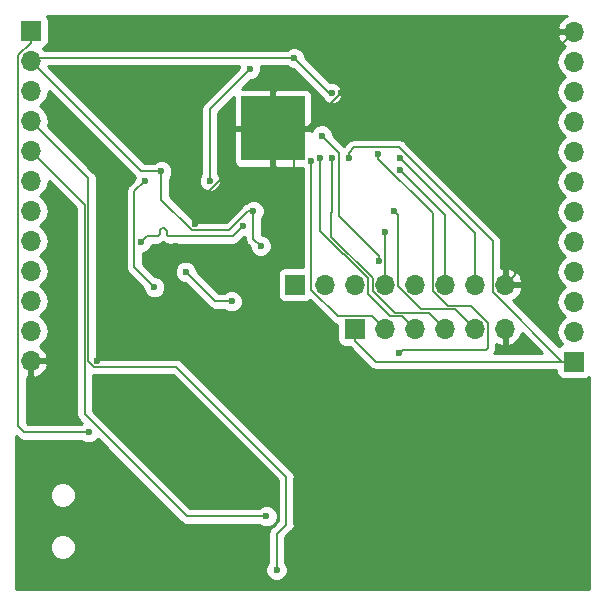
<source format=gbr>
G04 #@! TF.GenerationSoftware,KiCad,Pcbnew,(5.0.1-3-g963ef8bb5)*
G04 #@! TF.CreationDate,2018-11-25T15:30:40-05:00*
G04 #@! TF.ProjectId,fe310-dev,66653331302D6465762E6B696361645F,rev?*
G04 #@! TF.SameCoordinates,Original*
G04 #@! TF.FileFunction,Copper,L2,Bot,Signal*
G04 #@! TF.FilePolarity,Positive*
%FSLAX46Y46*%
G04 Gerber Fmt 4.6, Leading zero omitted, Abs format (unit mm)*
G04 Created by KiCad (PCBNEW (5.0.1-3-g963ef8bb5)) date Sunday, November 25, 2018 at 03:30:40 PM*
%MOMM*%
%LPD*%
G01*
G04 APERTURE LIST*
G04 #@! TA.AperFunction,ComponentPad*
%ADD10O,1.700000X1.700000*%
G04 #@! TD*
G04 #@! TA.AperFunction,ComponentPad*
%ADD11R,1.700000X1.700000*%
G04 #@! TD*
G04 #@! TA.AperFunction,ViaPad*
%ADD12C,0.600000*%
G04 #@! TD*
G04 #@! TA.AperFunction,Conductor*
%ADD13R,5.400000X5.400000*%
G04 #@! TD*
G04 #@! TA.AperFunction,Conductor*
%ADD14C,0.150000*%
G04 #@! TD*
G04 #@! TA.AperFunction,Conductor*
%ADD15C,0.254000*%
G04 #@! TD*
G04 APERTURE END LIST*
D10*
G04 #@! TO.P,J2,6*
G04 #@! TO.N,GND*
X62150000Y-42250000D03*
G04 #@! TO.P,J2,5*
G04 #@! TO.N,JTAG_TDI*
X59610000Y-42250000D03*
G04 #@! TO.P,J2,4*
G04 #@! TO.N,JTAG_TMS*
X57070000Y-42250000D03*
G04 #@! TO.P,J2,3*
G04 #@! TO.N,JTAG_TDO*
X54530000Y-42250000D03*
G04 #@! TO.P,J2,2*
G04 #@! TO.N,JTAG_TCK*
X51990000Y-42250000D03*
D11*
G04 #@! TO.P,J2,1*
G04 #@! TO.N,+3V3*
X49450000Y-42250000D03*
G04 #@! TD*
G04 #@! TO.P,J3,1*
G04 #@! TO.N,+3V3*
X68000000Y-45000000D03*
D10*
G04 #@! TO.P,J3,2*
G04 #@! TO.N,GPIO_0/PWM0_0*
X68000000Y-42460000D03*
G04 #@! TO.P,J3,3*
G04 #@! TO.N,GPIO_1/PWM0_1*
X68000000Y-39920000D03*
G04 #@! TO.P,J3,4*
G04 #@! TO.N,GPIO_2/SPI1_SS0/PWM0_2*
X68000000Y-37380000D03*
G04 #@! TO.P,J3,5*
G04 #@! TO.N,GPIO_3/SPI1_MOSI/PWM0_3*
X68000000Y-34840000D03*
G04 #@! TO.P,J3,6*
G04 #@! TO.N,GPIO_4/SPI1_MISO*
X68000000Y-32300000D03*
G04 #@! TO.P,J3,7*
G04 #@! TO.N,GPIO_5/SPI1_SCK*
X68000000Y-29760000D03*
G04 #@! TO.P,J3,8*
G04 #@! TO.N,GPIO_9/SPI1_SS2*
X68000000Y-27220000D03*
G04 #@! TO.P,J3,9*
G04 #@! TO.N,GPIO_10/SPI1_SS3/PWM2_0*
X68000000Y-24680000D03*
G04 #@! TO.P,J3,10*
G04 #@! TO.N,GPIO_11/PWM2_1*
X68000000Y-22140000D03*
G04 #@! TO.P,J3,11*
G04 #@! TO.N,GPIO_12/PWM2_2*
X68000000Y-19600000D03*
G04 #@! TO.P,J3,12*
G04 #@! TO.N,GND*
X68000000Y-17060000D03*
G04 #@! TD*
G04 #@! TO.P,J4,12*
G04 #@! TO.N,GND*
X22000000Y-44940000D03*
G04 #@! TO.P,J4,11*
G04 #@! TO.N,GPIO_23*
X22000000Y-42400000D03*
G04 #@! TO.P,J4,10*
G04 #@! TO.N,GPIO_22/PWM1_3*
X22000000Y-39860000D03*
G04 #@! TO.P,J4,9*
G04 #@! TO.N,GPIO_21/PWM1_2*
X22000000Y-37320000D03*
G04 #@! TO.P,J4,8*
G04 #@! TO.N,GPIO_20/PWM1_0*
X22000000Y-34780000D03*
G04 #@! TO.P,J4,7*
G04 #@! TO.N,GPIO_19/PWM1_1*
X22000000Y-32240000D03*
G04 #@! TO.P,J4,6*
G04 #@! TO.N,GPIO_18*
X22000000Y-29700000D03*
G04 #@! TO.P,J4,5*
G04 #@! TO.N,UART_TX*
X22000000Y-27160000D03*
G04 #@! TO.P,J4,4*
G04 #@! TO.N,UART_RX*
X22000000Y-24620000D03*
G04 #@! TO.P,J4,3*
G04 #@! TO.N,GPIO_13/PWM2_3*
X22000000Y-22080000D03*
G04 #@! TO.P,J4,2*
G04 #@! TO.N,+1V8*
X22000000Y-19540000D03*
D11*
G04 #@! TO.P,J4,1*
G04 #@! TO.N,+5V*
X22000000Y-17000000D03*
G04 #@! TD*
D10*
G04 #@! TO.P,J5,8*
G04 #@! TO.N,GND*
X62180000Y-38500000D03*
G04 #@! TO.P,J5,7*
G04 #@! TO.N,AON_PSD_LFCLKSEL*
X59640000Y-38500000D03*
G04 #@! TO.P,J5,6*
G04 #@! TO.N,AON_PSD_LFALTCLK*
X57100000Y-38500000D03*
G04 #@! TO.P,J5,5*
G04 #@! TO.N,AON_ERST_N*
X54560000Y-38500000D03*
G04 #@! TO.P,J5,4*
G04 #@! TO.N,AON_PMU_DWAKEUP_N*
X52020000Y-38500000D03*
G04 #@! TO.P,J5,3*
G04 #@! TO.N,AON_PMU_OUT_1*
X49480000Y-38500000D03*
G04 #@! TO.P,J5,2*
G04 #@! TO.N,AON_PMU_OUT_0*
X46940000Y-38500000D03*
D11*
G04 #@! TO.P,J5,1*
G04 #@! TO.N,+1V8*
X44400000Y-38500000D03*
G04 #@! TD*
D12*
G04 #@! TO.N,GND*
G04 #@! TO.C,U4*
X43233333Y-23783333D03*
X41766667Y-23783333D03*
X43966667Y-24516667D03*
X43233333Y-24516667D03*
X42500000Y-24516667D03*
X41766667Y-24516667D03*
X41033333Y-24516667D03*
X43233333Y-25250000D03*
X41766667Y-25250000D03*
X43966667Y-25983333D03*
X43233333Y-25983333D03*
X42500000Y-25983333D03*
X41766667Y-25983333D03*
X41033333Y-25983333D03*
X43233333Y-26716667D03*
X41766667Y-26716667D03*
D13*
X42500000Y-25250000D03*
G04 #@! TD*
D12*
G04 #@! TO.N,GND*
X35900000Y-33375000D03*
X34300000Y-35200000D03*
X42250000Y-16925030D03*
X44450000Y-18250000D03*
X48300000Y-22275000D03*
X27615000Y-44940000D03*
X33100000Y-27250000D03*
X44250000Y-29400000D03*
G04 #@! TO.N,+5V*
X26900000Y-51000000D03*
G04 #@! TO.N,+3V3*
X40550000Y-20250000D03*
X37150000Y-29700000D03*
X32450000Y-38700000D03*
X31649998Y-29700000D03*
X48900000Y-27749999D03*
G04 #@! TO.N,+1V8*
X47500000Y-22275000D03*
X44300000Y-19300000D03*
X40850000Y-32250000D03*
X41450000Y-35200000D03*
X33050000Y-28900000D03*
X51400000Y-27400000D03*
X53200000Y-44300000D03*
G04 #@! TO.N,JTAG_TDI*
X52750000Y-32250000D03*
G04 #@! TO.N,JTAG_TMS*
X47500000Y-27750000D03*
G04 #@! TO.N,JTAG_TDO*
X46500000Y-27750000D03*
G04 #@! TO.N,JTAG_TCK*
X45750000Y-28000000D03*
G04 #@! TO.N,UART_TX*
X41950000Y-58100000D03*
G04 #@! TO.N,UART_RX*
X42800000Y-62650000D03*
G04 #@! TO.N,AON_PSD_LFCLKSEL*
X53250000Y-27750000D03*
G04 #@! TO.N,AON_PSD_LFALTCLK*
X53250000Y-28750000D03*
G04 #@! TO.N,AON_PMU_DWAKEUP_N*
X52020000Y-34000000D03*
G04 #@! TO.N,AON_PMU_OUT_1*
X46625895Y-25861459D03*
X51495000Y-36500000D03*
G04 #@! TO.N,QSPI_IO0*
X31300000Y-34900000D03*
X40000000Y-33500000D03*
G04 #@! TO.N,QSPI_IO1*
X39000000Y-39900000D03*
X35100000Y-37400000D03*
G04 #@! TD*
D14*
G04 #@! TO.N,GND*
X43233333Y-25983333D02*
X42500000Y-25250000D01*
X43233333Y-26041667D02*
X43233333Y-25983333D01*
X43125030Y-16925030D02*
X44450000Y-18250000D01*
X42250000Y-16925030D02*
X43125030Y-16925030D01*
X48300000Y-22300000D02*
X48300000Y-22275000D01*
X45350000Y-25250000D02*
X48300000Y-22300000D01*
X42500000Y-25250000D02*
X45350000Y-25250000D01*
X42674264Y-16925030D02*
X42250000Y-16925030D01*
X44202032Y-16925030D02*
X42674264Y-16925030D01*
X48300000Y-21022998D02*
X44202032Y-16925030D01*
X48300000Y-22275000D02*
X48300000Y-21022998D01*
X67865030Y-16925030D02*
X68000000Y-17060000D01*
X42250000Y-16925030D02*
X67865030Y-16925030D01*
X67150001Y-17909999D02*
X68000000Y-17060000D01*
X63029999Y-22030001D02*
X67150001Y-17909999D01*
X63029999Y-37650001D02*
X63029999Y-22030001D01*
X62180000Y-38500000D02*
X63029999Y-37650001D01*
X34300000Y-35200000D02*
X35400000Y-36300000D01*
X35400000Y-36300000D02*
X41950000Y-36300000D01*
X42500000Y-35750000D02*
X42500000Y-34600000D01*
X41950000Y-36300000D02*
X42500000Y-35750000D01*
X42500000Y-25250000D02*
X42500000Y-34600000D01*
X34300000Y-38255000D02*
X34300000Y-35200000D01*
X27615000Y-44940000D02*
X34300000Y-38255000D01*
X35900000Y-30050000D02*
X33100000Y-27250000D01*
X35900000Y-33375000D02*
X35900000Y-30950000D01*
X35900000Y-30950000D02*
X36700000Y-30950000D01*
X35900000Y-30950000D02*
X35900000Y-30050000D01*
X36700000Y-30950000D02*
X38350000Y-29300000D01*
X38350000Y-26550000D02*
X39650000Y-25250000D01*
X39650000Y-25250000D02*
X42500000Y-25250000D01*
X38350000Y-29300000D02*
X38350000Y-26550000D01*
X42500000Y-25983334D02*
X42500000Y-25250000D01*
X44250000Y-27733334D02*
X42500000Y-25983334D01*
X44250000Y-29400000D02*
X44250000Y-27733334D01*
G04 #@! TO.N,+5V*
X20924999Y-19075001D02*
X20924999Y-50474999D01*
X22000000Y-18000000D02*
X20924999Y-19075001D01*
X22000000Y-17000000D02*
X22000000Y-18000000D01*
X21450000Y-51000000D02*
X26900000Y-51000000D01*
X20924999Y-50474999D02*
X21450000Y-51000000D01*
G04 #@! TO.N,+3V3*
X49450000Y-43250000D02*
X49450000Y-42250000D01*
X51200000Y-45000000D02*
X49450000Y-43250000D01*
X68000000Y-45000000D02*
X51200000Y-45000000D01*
X37150000Y-23650000D02*
X37150000Y-29700000D01*
X40550000Y-20250000D02*
X37150000Y-23650000D01*
X30774999Y-37024999D02*
X30774999Y-30574999D01*
X30774999Y-30574999D02*
X31649998Y-29700000D01*
X32450000Y-38700000D02*
X30774999Y-37024999D01*
X67000000Y-45000000D02*
X68000000Y-45000000D01*
X61104999Y-39104999D02*
X67000000Y-45000000D01*
X61104999Y-34827997D02*
X61104999Y-39104999D01*
X53152001Y-26874999D02*
X61104999Y-34827997D01*
X49350736Y-26874999D02*
X53152001Y-26874999D01*
X48900000Y-27325735D02*
X49350736Y-26874999D01*
X48900000Y-27749999D02*
X48900000Y-27325735D01*
G04 #@! TO.N,+1V8*
X47275000Y-22275000D02*
X47500000Y-22275000D01*
X44300000Y-19300000D02*
X47275000Y-22275000D01*
X22240000Y-19300000D02*
X22000000Y-19540000D01*
X44300000Y-19300000D02*
X22240000Y-19300000D01*
X40850000Y-34600000D02*
X41450000Y-35200000D01*
X40850000Y-32250000D02*
X40850000Y-34600000D01*
X40425736Y-32250000D02*
X40850000Y-32250000D01*
X38775735Y-33900001D02*
X40425736Y-32250000D01*
X35647999Y-33900001D02*
X38775735Y-33900001D01*
X33050000Y-31302002D02*
X35647999Y-33900001D01*
X33050000Y-28900000D02*
X33050000Y-31302002D01*
X31360000Y-28900000D02*
X22000000Y-19540000D01*
X33050000Y-28900000D02*
X31360000Y-28900000D01*
X60685001Y-43814999D02*
X60500000Y-44000000D01*
X60685001Y-41733999D02*
X60685001Y-43814999D01*
X59225971Y-40274969D02*
X60685001Y-41733999D01*
X56024999Y-39016001D02*
X57283967Y-40274969D01*
X57283967Y-40274969D02*
X59225971Y-40274969D01*
X51400000Y-27824264D02*
X56024999Y-32449263D01*
X56024999Y-32449263D02*
X56024999Y-39016001D01*
X51400000Y-27400000D02*
X51400000Y-27824264D01*
X53500000Y-44000000D02*
X53200000Y-44300000D01*
X60500000Y-44000000D02*
X53500000Y-44000000D01*
G04 #@! TO.N,JTAG_TDI*
X58760001Y-41400001D02*
X59610000Y-42250000D01*
X57934979Y-40574979D02*
X58760001Y-41400001D01*
X55043977Y-40574979D02*
X57934979Y-40574979D01*
X53095001Y-38626003D02*
X55043977Y-40574979D01*
X53095001Y-32595001D02*
X53095001Y-38626003D01*
X52750000Y-32250000D02*
X53095001Y-32595001D01*
G04 #@! TO.N,JTAG_TMS*
X47450000Y-32350000D02*
X47500000Y-32300000D01*
X47450000Y-34420721D02*
X47450000Y-32350000D01*
X47500000Y-28200000D02*
X47500000Y-27750000D01*
X50944999Y-39016001D02*
X50944999Y-37915720D01*
X52803987Y-40874989D02*
X50944999Y-39016001D01*
X47500000Y-32300000D02*
X47500000Y-28200000D01*
X57070000Y-42250000D02*
X55694989Y-40874989D01*
X50944999Y-37915720D02*
X47450000Y-34420721D01*
X55694989Y-40874989D02*
X52803987Y-40874989D01*
G04 #@! TO.N,JTAG_TDO*
X53454999Y-41174999D02*
X52424999Y-41174999D01*
X54530000Y-42250000D02*
X53454999Y-41174999D01*
X52424999Y-41174999D02*
X50555001Y-39305001D01*
X48505001Y-35900000D02*
X50555001Y-37950000D01*
X50555001Y-39305001D02*
X50555001Y-37950000D01*
X48450000Y-35900000D02*
X46500000Y-33950000D01*
X48505001Y-35900000D02*
X48450000Y-35900000D01*
X46500000Y-27750000D02*
X46500000Y-33950000D01*
G04 #@! TO.N,JTAG_TCK*
X51140001Y-41400001D02*
X51990000Y-42250000D01*
X50914999Y-41174999D02*
X51140001Y-41400001D01*
X45750000Y-38901002D02*
X48023997Y-41174999D01*
X48023997Y-41174999D02*
X50914999Y-41174999D01*
X45750000Y-28000000D02*
X45750000Y-38901002D01*
G04 #@! TO.N,UART_TX*
X26549990Y-31709990D02*
X26549990Y-49449990D01*
X22000000Y-27160000D02*
X26549990Y-31709990D01*
X35200000Y-58100000D02*
X41950000Y-58100000D01*
X26549990Y-49449990D02*
X35200000Y-58100000D01*
G04 #@! TO.N,UART_RX*
X42800000Y-62650000D02*
X42800000Y-59600000D01*
X42800000Y-59600000D02*
X43600000Y-58800000D01*
X43600000Y-58800000D02*
X43600000Y-54750000D01*
X34315001Y-45465001D02*
X27362999Y-45465001D01*
X27362999Y-45465001D02*
X26850000Y-44952002D01*
X43600000Y-54750000D02*
X34315001Y-45465001D01*
X26850000Y-44952002D02*
X26850000Y-29470000D01*
X26850000Y-29470000D02*
X22000000Y-24620000D01*
G04 #@! TO.N,AON_PSD_LFCLKSEL*
X59640000Y-34140000D02*
X59640000Y-38500000D01*
X53250000Y-27750000D02*
X59640000Y-34140000D01*
G04 #@! TO.N,AON_PSD_LFALTCLK*
X57100000Y-32600000D02*
X57100000Y-38500000D01*
X53250000Y-28750000D02*
X57100000Y-32600000D01*
G04 #@! TO.N,AON_PMU_DWAKEUP_N*
X52020000Y-34424264D02*
X52020000Y-38500000D01*
X52020000Y-34000000D02*
X52020000Y-34424264D01*
G04 #@! TO.N,AON_PMU_OUT_1*
X51495000Y-36075736D02*
X48114436Y-32695172D01*
X51495000Y-36500000D02*
X51495000Y-36075736D01*
X48114436Y-32695172D02*
X48114436Y-27350000D01*
X46625895Y-25861459D02*
X48114436Y-27350000D01*
G04 #@! TO.N,QSPI_IO0*
X31800000Y-34400000D02*
X31673652Y-34526348D01*
X32730165Y-34370290D02*
X32666756Y-34392478D01*
X32834549Y-34287046D02*
X32787046Y-34334549D01*
X31673652Y-34526348D02*
X31300000Y-34900000D01*
X32870290Y-34230165D02*
X32834549Y-34287046D01*
X32892478Y-34166756D02*
X32870290Y-34230165D01*
X32900000Y-34100000D02*
X32892478Y-34166756D01*
X32900000Y-33997471D02*
X32900000Y-34100000D01*
X32929709Y-33867305D02*
X32907521Y-33930714D01*
X33492478Y-33930714D02*
X33470290Y-33867305D01*
X32965450Y-33810424D02*
X32929709Y-33867305D01*
X33012953Y-33762921D02*
X32965450Y-33810424D01*
X33069834Y-33727180D02*
X33012953Y-33762921D01*
X33133243Y-33704992D02*
X33069834Y-33727180D01*
X33200000Y-33697471D02*
X33133243Y-33704992D01*
X33266756Y-33704992D02*
X33200000Y-33697471D01*
X33330165Y-33727180D02*
X33266756Y-33704992D01*
X33434549Y-33810424D02*
X33387046Y-33762921D01*
X32907521Y-33930714D02*
X32900000Y-33997471D01*
X33470290Y-33867305D02*
X33434549Y-33810424D01*
X33500000Y-34100000D02*
X33500000Y-33997471D01*
X33565450Y-34287046D02*
X33529709Y-34230165D01*
X32787046Y-34334549D02*
X32730165Y-34370290D01*
X33612953Y-34334549D02*
X33565450Y-34287046D01*
X32666756Y-34392478D02*
X32600000Y-34400000D01*
X33500000Y-33997471D02*
X33492478Y-33930714D01*
X33387046Y-33762921D02*
X33330165Y-33727180D01*
X33800000Y-34400000D02*
X33733243Y-34392478D01*
X33669834Y-34370290D02*
X33612953Y-34334549D01*
X40000000Y-33500000D02*
X39100000Y-34400000D01*
X33507521Y-34166756D02*
X33500000Y-34100000D01*
X32600000Y-34400000D02*
X31800000Y-34400000D01*
X39100000Y-34400000D02*
X33800000Y-34400000D01*
X33733243Y-34392478D02*
X33669834Y-34370290D01*
X33529709Y-34230165D02*
X33507521Y-34166756D01*
G04 #@! TO.N,QSPI_IO1*
X37600000Y-39900000D02*
X35100000Y-37400000D01*
X39000000Y-39900000D02*
X37600000Y-39900000D01*
G04 #@! TD*
D15*
G04 #@! TO.N,GND*
G36*
X39615000Y-20064017D02*
X39615000Y-20180909D01*
X36697402Y-23098508D01*
X36638119Y-23138120D01*
X36481195Y-23372973D01*
X36440000Y-23580074D01*
X36426091Y-23650000D01*
X36440000Y-23719924D01*
X36440001Y-29087709D01*
X36357345Y-29170365D01*
X36215000Y-29514017D01*
X36215000Y-29885983D01*
X36357345Y-30229635D01*
X36620365Y-30492655D01*
X36964017Y-30635000D01*
X37335983Y-30635000D01*
X37679635Y-30492655D01*
X37942655Y-30229635D01*
X38085000Y-29885983D01*
X38085000Y-29514017D01*
X37942655Y-29170365D01*
X37860000Y-29087710D01*
X37860000Y-23944090D01*
X39165000Y-22639090D01*
X39165000Y-24964250D01*
X39323750Y-25123000D01*
X40606605Y-25123000D01*
X40588529Y-25141076D01*
X40580726Y-25144308D01*
X40580420Y-25149185D01*
X40568514Y-25161091D01*
X40574093Y-25250000D01*
X40568514Y-25338909D01*
X40580420Y-25350815D01*
X40580726Y-25355692D01*
X40587327Y-25357722D01*
X40606605Y-25377000D01*
X39323750Y-25377000D01*
X39165000Y-25535750D01*
X39165000Y-28076309D01*
X39261673Y-28309698D01*
X39440301Y-28488327D01*
X39673690Y-28585000D01*
X42214250Y-28585000D01*
X42373000Y-28426250D01*
X42373000Y-27143395D01*
X42391076Y-27161471D01*
X42394308Y-27169274D01*
X42399185Y-27169580D01*
X42411091Y-27181486D01*
X42500000Y-27175907D01*
X42588909Y-27181486D01*
X42600815Y-27169580D01*
X42605692Y-27169274D01*
X42607722Y-27162673D01*
X42627000Y-27143395D01*
X42627000Y-28426250D01*
X42785750Y-28585000D01*
X45012710Y-28585000D01*
X45040000Y-28612290D01*
X45040001Y-37002560D01*
X43550000Y-37002560D01*
X43302235Y-37051843D01*
X43092191Y-37192191D01*
X42951843Y-37402235D01*
X42902560Y-37650000D01*
X42902560Y-39350000D01*
X42951843Y-39597765D01*
X43092191Y-39807809D01*
X43302235Y-39948157D01*
X43550000Y-39997440D01*
X45250000Y-39997440D01*
X45497765Y-39948157D01*
X45674784Y-39829876D01*
X47472505Y-41627598D01*
X47512116Y-41686880D01*
X47746969Y-41843804D01*
X47952560Y-41884698D01*
X47952560Y-43100000D01*
X48001843Y-43347765D01*
X48142191Y-43557809D01*
X48352235Y-43698157D01*
X48600000Y-43747440D01*
X48928470Y-43747440D01*
X48938119Y-43761880D01*
X48997402Y-43801492D01*
X50648510Y-45452602D01*
X50688119Y-45511881D01*
X50747398Y-45551490D01*
X50747399Y-45551491D01*
X50922972Y-45668805D01*
X51200000Y-45723909D01*
X51269926Y-45710000D01*
X66502560Y-45710000D01*
X66502560Y-45850000D01*
X66551843Y-46097765D01*
X66692191Y-46307809D01*
X66902235Y-46448157D01*
X67150000Y-46497440D01*
X68850000Y-46497440D01*
X69097765Y-46448157D01*
X69265000Y-46336413D01*
X69265000Y-64265000D01*
X20735000Y-64265000D01*
X20735000Y-60484180D01*
X23615000Y-60484180D01*
X23615000Y-60915820D01*
X23780182Y-61314603D01*
X24085397Y-61619818D01*
X24484180Y-61785000D01*
X24915820Y-61785000D01*
X25314603Y-61619818D01*
X25619818Y-61314603D01*
X25785000Y-60915820D01*
X25785000Y-60484180D01*
X25619818Y-60085397D01*
X25314603Y-59780182D01*
X24915820Y-59615000D01*
X24484180Y-59615000D01*
X24085397Y-59780182D01*
X23780182Y-60085397D01*
X23615000Y-60484180D01*
X20735000Y-60484180D01*
X20735000Y-56084180D01*
X23615000Y-56084180D01*
X23615000Y-56515820D01*
X23780182Y-56914603D01*
X24085397Y-57219818D01*
X24484180Y-57385000D01*
X24915820Y-57385000D01*
X25314603Y-57219818D01*
X25619818Y-56914603D01*
X25785000Y-56515820D01*
X25785000Y-56084180D01*
X25619818Y-55685397D01*
X25314603Y-55380182D01*
X24915820Y-55215000D01*
X24484180Y-55215000D01*
X24085397Y-55380182D01*
X23780182Y-55685397D01*
X23615000Y-56084180D01*
X20735000Y-56084180D01*
X20735000Y-51289091D01*
X20898509Y-51452601D01*
X20938119Y-51511881D01*
X20997398Y-51551490D01*
X20997399Y-51551491D01*
X21172972Y-51668805D01*
X21450000Y-51723909D01*
X21519926Y-51710000D01*
X26287710Y-51710000D01*
X26370365Y-51792655D01*
X26714017Y-51935000D01*
X27085983Y-51935000D01*
X27429635Y-51792655D01*
X27659100Y-51563190D01*
X34648508Y-58552599D01*
X34688119Y-58611881D01*
X34922972Y-58768805D01*
X35130074Y-58810000D01*
X35130078Y-58810000D01*
X35199999Y-58823908D01*
X35269920Y-58810000D01*
X41337710Y-58810000D01*
X41420365Y-58892655D01*
X41764017Y-59035000D01*
X42135983Y-59035000D01*
X42479635Y-58892655D01*
X42742655Y-58629635D01*
X42885000Y-58285983D01*
X42885000Y-57914017D01*
X42742655Y-57570365D01*
X42479635Y-57307345D01*
X42135983Y-57165000D01*
X41764017Y-57165000D01*
X41420365Y-57307345D01*
X41337710Y-57390000D01*
X35494091Y-57390000D01*
X27259990Y-49155900D01*
X27259990Y-46168420D01*
X27293073Y-46175001D01*
X27293077Y-46175001D01*
X27362998Y-46188909D01*
X27432919Y-46175001D01*
X34020911Y-46175001D01*
X42890001Y-55044093D01*
X42890000Y-58505908D01*
X42347401Y-59048508D01*
X42288120Y-59088119D01*
X42138607Y-59311880D01*
X42131196Y-59322972D01*
X42076091Y-59600000D01*
X42090001Y-59669929D01*
X42090000Y-62037710D01*
X42007345Y-62120365D01*
X41865000Y-62464017D01*
X41865000Y-62835983D01*
X42007345Y-63179635D01*
X42270365Y-63442655D01*
X42614017Y-63585000D01*
X42985983Y-63585000D01*
X43329635Y-63442655D01*
X43592655Y-63179635D01*
X43735000Y-62835983D01*
X43735000Y-62464017D01*
X43592655Y-62120365D01*
X43510000Y-62037710D01*
X43510000Y-59894091D01*
X44052603Y-59351488D01*
X44111880Y-59311881D01*
X44151488Y-59252604D01*
X44151491Y-59252601D01*
X44268805Y-59077029D01*
X44323909Y-58800000D01*
X44310000Y-58730074D01*
X44310000Y-54819926D01*
X44323909Y-54750000D01*
X44268805Y-54472972D01*
X44151491Y-54297399D01*
X44151490Y-54297398D01*
X44111881Y-54238119D01*
X44052602Y-54198510D01*
X34866495Y-45012405D01*
X34826882Y-44953120D01*
X34592029Y-44796196D01*
X34384927Y-44755001D01*
X34384925Y-44755001D01*
X34315001Y-44741092D01*
X34245077Y-44755001D01*
X27657090Y-44755001D01*
X27560000Y-44657912D01*
X27560000Y-29539926D01*
X27573909Y-29470000D01*
X27518805Y-29192971D01*
X27401491Y-29017399D01*
X27401490Y-29017398D01*
X27361881Y-28958119D01*
X27302602Y-28918510D01*
X23429478Y-25045387D01*
X23514092Y-24620000D01*
X23398839Y-24040582D01*
X23070625Y-23549375D01*
X22772239Y-23350000D01*
X23070625Y-23150625D01*
X23398839Y-22659418D01*
X23514092Y-22080000D01*
X23508675Y-22052765D01*
X30789664Y-29333756D01*
X30714998Y-29514017D01*
X30714998Y-29630909D01*
X30322401Y-30023507D01*
X30263119Y-30063118D01*
X30175727Y-30193909D01*
X30106195Y-30297971D01*
X30051090Y-30574999D01*
X30065000Y-30644928D01*
X30064999Y-36955075D01*
X30051090Y-37024999D01*
X30064999Y-37094923D01*
X30064999Y-37094924D01*
X30106194Y-37302026D01*
X30263118Y-37536879D01*
X30322401Y-37576491D01*
X31515000Y-38769091D01*
X31515000Y-38885983D01*
X31657345Y-39229635D01*
X31920365Y-39492655D01*
X32264017Y-39635000D01*
X32635983Y-39635000D01*
X32979635Y-39492655D01*
X33242655Y-39229635D01*
X33385000Y-38885983D01*
X33385000Y-38514017D01*
X33242655Y-38170365D01*
X32979635Y-37907345D01*
X32635983Y-37765000D01*
X32519091Y-37765000D01*
X31968108Y-37214017D01*
X34165000Y-37214017D01*
X34165000Y-37585983D01*
X34307345Y-37929635D01*
X34570365Y-38192655D01*
X34914017Y-38335000D01*
X35030910Y-38335000D01*
X37048510Y-40352602D01*
X37088119Y-40411881D01*
X37147398Y-40451490D01*
X37147399Y-40451491D01*
X37219127Y-40499418D01*
X37322972Y-40568805D01*
X37530074Y-40610000D01*
X37530075Y-40610000D01*
X37600000Y-40623909D01*
X37669924Y-40610000D01*
X38387710Y-40610000D01*
X38470365Y-40692655D01*
X38814017Y-40835000D01*
X39185983Y-40835000D01*
X39529635Y-40692655D01*
X39792655Y-40429635D01*
X39935000Y-40085983D01*
X39935000Y-39714017D01*
X39792655Y-39370365D01*
X39529635Y-39107345D01*
X39185983Y-38965000D01*
X38814017Y-38965000D01*
X38470365Y-39107345D01*
X38387710Y-39190000D01*
X37894092Y-39190000D01*
X36035000Y-37330910D01*
X36035000Y-37214017D01*
X35892655Y-36870365D01*
X35629635Y-36607345D01*
X35285983Y-36465000D01*
X34914017Y-36465000D01*
X34570365Y-36607345D01*
X34307345Y-36870365D01*
X34165000Y-37214017D01*
X31968108Y-37214017D01*
X31484999Y-36730909D01*
X31484999Y-35835000D01*
X31485983Y-35835000D01*
X31829635Y-35692655D01*
X32092655Y-35429635D01*
X32225052Y-35110000D01*
X32570126Y-35110000D01*
X32610012Y-35113364D01*
X32616174Y-35112670D01*
X32626169Y-35115248D01*
X32663341Y-35110000D01*
X32669926Y-35110000D01*
X32686030Y-35106797D01*
X32756135Y-35096899D01*
X32815740Y-35090183D01*
X32825309Y-35087133D01*
X32835254Y-35085729D01*
X32841108Y-35083681D01*
X32851427Y-35083970D01*
X32933367Y-35052691D01*
X33016927Y-35026058D01*
X33024812Y-35019400D01*
X33030667Y-35017351D01*
X33039321Y-35012246D01*
X33048702Y-35008665D01*
X33053951Y-35005367D01*
X33064074Y-35003353D01*
X33136989Y-34954632D01*
X33200000Y-34917463D01*
X33263010Y-34954632D01*
X33335925Y-35003353D01*
X33346048Y-35005366D01*
X33351297Y-35008665D01*
X33360677Y-35012246D01*
X33369332Y-35017351D01*
X33375187Y-35019400D01*
X33383072Y-35026058D01*
X33466635Y-35052692D01*
X33548573Y-35083970D01*
X33558891Y-35083681D01*
X33564745Y-35085729D01*
X33574690Y-35087133D01*
X33584259Y-35090183D01*
X33643863Y-35096899D01*
X33713972Y-35106797D01*
X33730074Y-35110000D01*
X33736658Y-35110000D01*
X33773830Y-35115248D01*
X33783826Y-35112670D01*
X33789988Y-35113364D01*
X33829872Y-35110000D01*
X39030076Y-35110000D01*
X39100000Y-35123909D01*
X39169924Y-35110000D01*
X39169926Y-35110000D01*
X39377028Y-35068805D01*
X39611881Y-34911881D01*
X39651494Y-34852596D01*
X40069091Y-34435000D01*
X40140001Y-34435000D01*
X40140001Y-34530071D01*
X40126091Y-34600000D01*
X40176337Y-34852600D01*
X40181196Y-34877028D01*
X40338120Y-35111881D01*
X40397402Y-35151492D01*
X40515000Y-35269090D01*
X40515000Y-35385983D01*
X40657345Y-35729635D01*
X40920365Y-35992655D01*
X41264017Y-36135000D01*
X41635983Y-36135000D01*
X41979635Y-35992655D01*
X42242655Y-35729635D01*
X42385000Y-35385983D01*
X42385000Y-35014017D01*
X42242655Y-34670365D01*
X41979635Y-34407345D01*
X41635983Y-34265000D01*
X41560000Y-34265000D01*
X41560000Y-32862290D01*
X41642655Y-32779635D01*
X41785000Y-32435983D01*
X41785000Y-32064017D01*
X41642655Y-31720365D01*
X41379635Y-31457345D01*
X41035983Y-31315000D01*
X40664017Y-31315000D01*
X40320365Y-31457345D01*
X40208386Y-31569324D01*
X40148707Y-31581195D01*
X39973135Y-31698509D01*
X39913855Y-31738119D01*
X39874246Y-31797398D01*
X38481645Y-33190001D01*
X35942090Y-33190001D01*
X33760000Y-31007912D01*
X33760000Y-29512290D01*
X33842655Y-29429635D01*
X33985000Y-29085983D01*
X33985000Y-28714017D01*
X33842655Y-28370365D01*
X33579635Y-28107345D01*
X33235983Y-27965000D01*
X32864017Y-27965000D01*
X32520365Y-28107345D01*
X32437710Y-28190000D01*
X31654092Y-28190000D01*
X23474090Y-20010000D01*
X39637375Y-20010000D01*
X39615000Y-20064017D01*
X39615000Y-20064017D01*
G37*
X39615000Y-20064017D02*
X39615000Y-20180909D01*
X36697402Y-23098508D01*
X36638119Y-23138120D01*
X36481195Y-23372973D01*
X36440000Y-23580074D01*
X36426091Y-23650000D01*
X36440000Y-23719924D01*
X36440001Y-29087709D01*
X36357345Y-29170365D01*
X36215000Y-29514017D01*
X36215000Y-29885983D01*
X36357345Y-30229635D01*
X36620365Y-30492655D01*
X36964017Y-30635000D01*
X37335983Y-30635000D01*
X37679635Y-30492655D01*
X37942655Y-30229635D01*
X38085000Y-29885983D01*
X38085000Y-29514017D01*
X37942655Y-29170365D01*
X37860000Y-29087710D01*
X37860000Y-23944090D01*
X39165000Y-22639090D01*
X39165000Y-24964250D01*
X39323750Y-25123000D01*
X40606605Y-25123000D01*
X40588529Y-25141076D01*
X40580726Y-25144308D01*
X40580420Y-25149185D01*
X40568514Y-25161091D01*
X40574093Y-25250000D01*
X40568514Y-25338909D01*
X40580420Y-25350815D01*
X40580726Y-25355692D01*
X40587327Y-25357722D01*
X40606605Y-25377000D01*
X39323750Y-25377000D01*
X39165000Y-25535750D01*
X39165000Y-28076309D01*
X39261673Y-28309698D01*
X39440301Y-28488327D01*
X39673690Y-28585000D01*
X42214250Y-28585000D01*
X42373000Y-28426250D01*
X42373000Y-27143395D01*
X42391076Y-27161471D01*
X42394308Y-27169274D01*
X42399185Y-27169580D01*
X42411091Y-27181486D01*
X42500000Y-27175907D01*
X42588909Y-27181486D01*
X42600815Y-27169580D01*
X42605692Y-27169274D01*
X42607722Y-27162673D01*
X42627000Y-27143395D01*
X42627000Y-28426250D01*
X42785750Y-28585000D01*
X45012710Y-28585000D01*
X45040000Y-28612290D01*
X45040001Y-37002560D01*
X43550000Y-37002560D01*
X43302235Y-37051843D01*
X43092191Y-37192191D01*
X42951843Y-37402235D01*
X42902560Y-37650000D01*
X42902560Y-39350000D01*
X42951843Y-39597765D01*
X43092191Y-39807809D01*
X43302235Y-39948157D01*
X43550000Y-39997440D01*
X45250000Y-39997440D01*
X45497765Y-39948157D01*
X45674784Y-39829876D01*
X47472505Y-41627598D01*
X47512116Y-41686880D01*
X47746969Y-41843804D01*
X47952560Y-41884698D01*
X47952560Y-43100000D01*
X48001843Y-43347765D01*
X48142191Y-43557809D01*
X48352235Y-43698157D01*
X48600000Y-43747440D01*
X48928470Y-43747440D01*
X48938119Y-43761880D01*
X48997402Y-43801492D01*
X50648510Y-45452602D01*
X50688119Y-45511881D01*
X50747398Y-45551490D01*
X50747399Y-45551491D01*
X50922972Y-45668805D01*
X51200000Y-45723909D01*
X51269926Y-45710000D01*
X66502560Y-45710000D01*
X66502560Y-45850000D01*
X66551843Y-46097765D01*
X66692191Y-46307809D01*
X66902235Y-46448157D01*
X67150000Y-46497440D01*
X68850000Y-46497440D01*
X69097765Y-46448157D01*
X69265000Y-46336413D01*
X69265000Y-64265000D01*
X20735000Y-64265000D01*
X20735000Y-60484180D01*
X23615000Y-60484180D01*
X23615000Y-60915820D01*
X23780182Y-61314603D01*
X24085397Y-61619818D01*
X24484180Y-61785000D01*
X24915820Y-61785000D01*
X25314603Y-61619818D01*
X25619818Y-61314603D01*
X25785000Y-60915820D01*
X25785000Y-60484180D01*
X25619818Y-60085397D01*
X25314603Y-59780182D01*
X24915820Y-59615000D01*
X24484180Y-59615000D01*
X24085397Y-59780182D01*
X23780182Y-60085397D01*
X23615000Y-60484180D01*
X20735000Y-60484180D01*
X20735000Y-56084180D01*
X23615000Y-56084180D01*
X23615000Y-56515820D01*
X23780182Y-56914603D01*
X24085397Y-57219818D01*
X24484180Y-57385000D01*
X24915820Y-57385000D01*
X25314603Y-57219818D01*
X25619818Y-56914603D01*
X25785000Y-56515820D01*
X25785000Y-56084180D01*
X25619818Y-55685397D01*
X25314603Y-55380182D01*
X24915820Y-55215000D01*
X24484180Y-55215000D01*
X24085397Y-55380182D01*
X23780182Y-55685397D01*
X23615000Y-56084180D01*
X20735000Y-56084180D01*
X20735000Y-51289091D01*
X20898509Y-51452601D01*
X20938119Y-51511881D01*
X20997398Y-51551490D01*
X20997399Y-51551491D01*
X21172972Y-51668805D01*
X21450000Y-51723909D01*
X21519926Y-51710000D01*
X26287710Y-51710000D01*
X26370365Y-51792655D01*
X26714017Y-51935000D01*
X27085983Y-51935000D01*
X27429635Y-51792655D01*
X27659100Y-51563190D01*
X34648508Y-58552599D01*
X34688119Y-58611881D01*
X34922972Y-58768805D01*
X35130074Y-58810000D01*
X35130078Y-58810000D01*
X35199999Y-58823908D01*
X35269920Y-58810000D01*
X41337710Y-58810000D01*
X41420365Y-58892655D01*
X41764017Y-59035000D01*
X42135983Y-59035000D01*
X42479635Y-58892655D01*
X42742655Y-58629635D01*
X42885000Y-58285983D01*
X42885000Y-57914017D01*
X42742655Y-57570365D01*
X42479635Y-57307345D01*
X42135983Y-57165000D01*
X41764017Y-57165000D01*
X41420365Y-57307345D01*
X41337710Y-57390000D01*
X35494091Y-57390000D01*
X27259990Y-49155900D01*
X27259990Y-46168420D01*
X27293073Y-46175001D01*
X27293077Y-46175001D01*
X27362998Y-46188909D01*
X27432919Y-46175001D01*
X34020911Y-46175001D01*
X42890001Y-55044093D01*
X42890000Y-58505908D01*
X42347401Y-59048508D01*
X42288120Y-59088119D01*
X42138607Y-59311880D01*
X42131196Y-59322972D01*
X42076091Y-59600000D01*
X42090001Y-59669929D01*
X42090000Y-62037710D01*
X42007345Y-62120365D01*
X41865000Y-62464017D01*
X41865000Y-62835983D01*
X42007345Y-63179635D01*
X42270365Y-63442655D01*
X42614017Y-63585000D01*
X42985983Y-63585000D01*
X43329635Y-63442655D01*
X43592655Y-63179635D01*
X43735000Y-62835983D01*
X43735000Y-62464017D01*
X43592655Y-62120365D01*
X43510000Y-62037710D01*
X43510000Y-59894091D01*
X44052603Y-59351488D01*
X44111880Y-59311881D01*
X44151488Y-59252604D01*
X44151491Y-59252601D01*
X44268805Y-59077029D01*
X44323909Y-58800000D01*
X44310000Y-58730074D01*
X44310000Y-54819926D01*
X44323909Y-54750000D01*
X44268805Y-54472972D01*
X44151491Y-54297399D01*
X44151490Y-54297398D01*
X44111881Y-54238119D01*
X44052602Y-54198510D01*
X34866495Y-45012405D01*
X34826882Y-44953120D01*
X34592029Y-44796196D01*
X34384927Y-44755001D01*
X34384925Y-44755001D01*
X34315001Y-44741092D01*
X34245077Y-44755001D01*
X27657090Y-44755001D01*
X27560000Y-44657912D01*
X27560000Y-29539926D01*
X27573909Y-29470000D01*
X27518805Y-29192971D01*
X27401491Y-29017399D01*
X27401490Y-29017398D01*
X27361881Y-28958119D01*
X27302602Y-28918510D01*
X23429478Y-25045387D01*
X23514092Y-24620000D01*
X23398839Y-24040582D01*
X23070625Y-23549375D01*
X22772239Y-23350000D01*
X23070625Y-23150625D01*
X23398839Y-22659418D01*
X23514092Y-22080000D01*
X23508675Y-22052765D01*
X30789664Y-29333756D01*
X30714998Y-29514017D01*
X30714998Y-29630909D01*
X30322401Y-30023507D01*
X30263119Y-30063118D01*
X30175727Y-30193909D01*
X30106195Y-30297971D01*
X30051090Y-30574999D01*
X30065000Y-30644928D01*
X30064999Y-36955075D01*
X30051090Y-37024999D01*
X30064999Y-37094923D01*
X30064999Y-37094924D01*
X30106194Y-37302026D01*
X30263118Y-37536879D01*
X30322401Y-37576491D01*
X31515000Y-38769091D01*
X31515000Y-38885983D01*
X31657345Y-39229635D01*
X31920365Y-39492655D01*
X32264017Y-39635000D01*
X32635983Y-39635000D01*
X32979635Y-39492655D01*
X33242655Y-39229635D01*
X33385000Y-38885983D01*
X33385000Y-38514017D01*
X33242655Y-38170365D01*
X32979635Y-37907345D01*
X32635983Y-37765000D01*
X32519091Y-37765000D01*
X31968108Y-37214017D01*
X34165000Y-37214017D01*
X34165000Y-37585983D01*
X34307345Y-37929635D01*
X34570365Y-38192655D01*
X34914017Y-38335000D01*
X35030910Y-38335000D01*
X37048510Y-40352602D01*
X37088119Y-40411881D01*
X37147398Y-40451490D01*
X37147399Y-40451491D01*
X37219127Y-40499418D01*
X37322972Y-40568805D01*
X37530074Y-40610000D01*
X37530075Y-40610000D01*
X37600000Y-40623909D01*
X37669924Y-40610000D01*
X38387710Y-40610000D01*
X38470365Y-40692655D01*
X38814017Y-40835000D01*
X39185983Y-40835000D01*
X39529635Y-40692655D01*
X39792655Y-40429635D01*
X39935000Y-40085983D01*
X39935000Y-39714017D01*
X39792655Y-39370365D01*
X39529635Y-39107345D01*
X39185983Y-38965000D01*
X38814017Y-38965000D01*
X38470365Y-39107345D01*
X38387710Y-39190000D01*
X37894092Y-39190000D01*
X36035000Y-37330910D01*
X36035000Y-37214017D01*
X35892655Y-36870365D01*
X35629635Y-36607345D01*
X35285983Y-36465000D01*
X34914017Y-36465000D01*
X34570365Y-36607345D01*
X34307345Y-36870365D01*
X34165000Y-37214017D01*
X31968108Y-37214017D01*
X31484999Y-36730909D01*
X31484999Y-35835000D01*
X31485983Y-35835000D01*
X31829635Y-35692655D01*
X32092655Y-35429635D01*
X32225052Y-35110000D01*
X32570126Y-35110000D01*
X32610012Y-35113364D01*
X32616174Y-35112670D01*
X32626169Y-35115248D01*
X32663341Y-35110000D01*
X32669926Y-35110000D01*
X32686030Y-35106797D01*
X32756135Y-35096899D01*
X32815740Y-35090183D01*
X32825309Y-35087133D01*
X32835254Y-35085729D01*
X32841108Y-35083681D01*
X32851427Y-35083970D01*
X32933367Y-35052691D01*
X33016927Y-35026058D01*
X33024812Y-35019400D01*
X33030667Y-35017351D01*
X33039321Y-35012246D01*
X33048702Y-35008665D01*
X33053951Y-35005367D01*
X33064074Y-35003353D01*
X33136989Y-34954632D01*
X33200000Y-34917463D01*
X33263010Y-34954632D01*
X33335925Y-35003353D01*
X33346048Y-35005366D01*
X33351297Y-35008665D01*
X33360677Y-35012246D01*
X33369332Y-35017351D01*
X33375187Y-35019400D01*
X33383072Y-35026058D01*
X33466635Y-35052692D01*
X33548573Y-35083970D01*
X33558891Y-35083681D01*
X33564745Y-35085729D01*
X33574690Y-35087133D01*
X33584259Y-35090183D01*
X33643863Y-35096899D01*
X33713972Y-35106797D01*
X33730074Y-35110000D01*
X33736658Y-35110000D01*
X33773830Y-35115248D01*
X33783826Y-35112670D01*
X33789988Y-35113364D01*
X33829872Y-35110000D01*
X39030076Y-35110000D01*
X39100000Y-35123909D01*
X39169924Y-35110000D01*
X39169926Y-35110000D01*
X39377028Y-35068805D01*
X39611881Y-34911881D01*
X39651494Y-34852596D01*
X40069091Y-34435000D01*
X40140001Y-34435000D01*
X40140001Y-34530071D01*
X40126091Y-34600000D01*
X40176337Y-34852600D01*
X40181196Y-34877028D01*
X40338120Y-35111881D01*
X40397402Y-35151492D01*
X40515000Y-35269090D01*
X40515000Y-35385983D01*
X40657345Y-35729635D01*
X40920365Y-35992655D01*
X41264017Y-36135000D01*
X41635983Y-36135000D01*
X41979635Y-35992655D01*
X42242655Y-35729635D01*
X42385000Y-35385983D01*
X42385000Y-35014017D01*
X42242655Y-34670365D01*
X41979635Y-34407345D01*
X41635983Y-34265000D01*
X41560000Y-34265000D01*
X41560000Y-32862290D01*
X41642655Y-32779635D01*
X41785000Y-32435983D01*
X41785000Y-32064017D01*
X41642655Y-31720365D01*
X41379635Y-31457345D01*
X41035983Y-31315000D01*
X40664017Y-31315000D01*
X40320365Y-31457345D01*
X40208386Y-31569324D01*
X40148707Y-31581195D01*
X39973135Y-31698509D01*
X39913855Y-31738119D01*
X39874246Y-31797398D01*
X38481645Y-33190001D01*
X35942090Y-33190001D01*
X33760000Y-31007912D01*
X33760000Y-29512290D01*
X33842655Y-29429635D01*
X33985000Y-29085983D01*
X33985000Y-28714017D01*
X33842655Y-28370365D01*
X33579635Y-28107345D01*
X33235983Y-27965000D01*
X32864017Y-27965000D01*
X32520365Y-28107345D01*
X32437710Y-28190000D01*
X31654092Y-28190000D01*
X23474090Y-20010000D01*
X39637375Y-20010000D01*
X39615000Y-20064017D01*
G36*
X25839990Y-32004082D02*
X25839991Y-49380061D01*
X25826081Y-49449990D01*
X25881186Y-49727018D01*
X26038110Y-49961871D01*
X26097392Y-50001482D01*
X26336810Y-50240900D01*
X26287710Y-50290000D01*
X21744091Y-50290000D01*
X21634999Y-50180908D01*
X21634999Y-46377678D01*
X21643108Y-46381486D01*
X21873000Y-46260819D01*
X21873000Y-45067000D01*
X22127000Y-45067000D01*
X22127000Y-46260819D01*
X22356892Y-46381486D01*
X22881358Y-46135183D01*
X23271645Y-45706924D01*
X23441476Y-45296890D01*
X23320155Y-45067000D01*
X22127000Y-45067000D01*
X21873000Y-45067000D01*
X21853000Y-45067000D01*
X21853000Y-44813000D01*
X21873000Y-44813000D01*
X21873000Y-44793000D01*
X22127000Y-44793000D01*
X22127000Y-44813000D01*
X23320155Y-44813000D01*
X23441476Y-44583110D01*
X23271645Y-44173076D01*
X22881358Y-43744817D01*
X22751522Y-43683843D01*
X23070625Y-43470625D01*
X23398839Y-42979418D01*
X23514092Y-42400000D01*
X23398839Y-41820582D01*
X23070625Y-41329375D01*
X22772239Y-41130000D01*
X23070625Y-40930625D01*
X23398839Y-40439418D01*
X23514092Y-39860000D01*
X23398839Y-39280582D01*
X23070625Y-38789375D01*
X22772239Y-38590000D01*
X23070625Y-38390625D01*
X23398839Y-37899418D01*
X23514092Y-37320000D01*
X23398839Y-36740582D01*
X23070625Y-36249375D01*
X22772239Y-36050000D01*
X23070625Y-35850625D01*
X23398839Y-35359418D01*
X23514092Y-34780000D01*
X23398839Y-34200582D01*
X23070625Y-33709375D01*
X22772239Y-33510000D01*
X23070625Y-33310625D01*
X23398839Y-32819418D01*
X23514092Y-32240000D01*
X23398839Y-31660582D01*
X23070625Y-31169375D01*
X22772239Y-30970000D01*
X23070625Y-30770625D01*
X23398839Y-30279418D01*
X23514092Y-29700000D01*
X23508675Y-29672766D01*
X25839990Y-32004082D01*
X25839990Y-32004082D01*
G37*
X25839990Y-32004082D02*
X25839991Y-49380061D01*
X25826081Y-49449990D01*
X25881186Y-49727018D01*
X26038110Y-49961871D01*
X26097392Y-50001482D01*
X26336810Y-50240900D01*
X26287710Y-50290000D01*
X21744091Y-50290000D01*
X21634999Y-50180908D01*
X21634999Y-46377678D01*
X21643108Y-46381486D01*
X21873000Y-46260819D01*
X21873000Y-45067000D01*
X22127000Y-45067000D01*
X22127000Y-46260819D01*
X22356892Y-46381486D01*
X22881358Y-46135183D01*
X23271645Y-45706924D01*
X23441476Y-45296890D01*
X23320155Y-45067000D01*
X22127000Y-45067000D01*
X21873000Y-45067000D01*
X21853000Y-45067000D01*
X21853000Y-44813000D01*
X21873000Y-44813000D01*
X21873000Y-44793000D01*
X22127000Y-44793000D01*
X22127000Y-44813000D01*
X23320155Y-44813000D01*
X23441476Y-44583110D01*
X23271645Y-44173076D01*
X22881358Y-43744817D01*
X22751522Y-43683843D01*
X23070625Y-43470625D01*
X23398839Y-42979418D01*
X23514092Y-42400000D01*
X23398839Y-41820582D01*
X23070625Y-41329375D01*
X22772239Y-41130000D01*
X23070625Y-40930625D01*
X23398839Y-40439418D01*
X23514092Y-39860000D01*
X23398839Y-39280582D01*
X23070625Y-38789375D01*
X22772239Y-38590000D01*
X23070625Y-38390625D01*
X23398839Y-37899418D01*
X23514092Y-37320000D01*
X23398839Y-36740582D01*
X23070625Y-36249375D01*
X22772239Y-36050000D01*
X23070625Y-35850625D01*
X23398839Y-35359418D01*
X23514092Y-34780000D01*
X23398839Y-34200582D01*
X23070625Y-33709375D01*
X22772239Y-33510000D01*
X23070625Y-33310625D01*
X23398839Y-32819418D01*
X23514092Y-32240000D01*
X23398839Y-31660582D01*
X23070625Y-31169375D01*
X22772239Y-30970000D01*
X23070625Y-30770625D01*
X23398839Y-30279418D01*
X23514092Y-29700000D01*
X23508675Y-29672766D01*
X25839990Y-32004082D01*
G36*
X62277000Y-42123000D02*
X62297000Y-42123000D01*
X62297000Y-42377000D01*
X62277000Y-42377000D01*
X62277000Y-43570155D01*
X62506890Y-43691476D01*
X62916924Y-43521645D01*
X63345183Y-43131358D01*
X63591486Y-42606892D01*
X63578985Y-42583076D01*
X65285909Y-44290000D01*
X61221524Y-44290000D01*
X61353806Y-44092027D01*
X61395001Y-43884925D01*
X61395001Y-43884923D01*
X61408910Y-43814999D01*
X61395001Y-43745075D01*
X61395001Y-43526584D01*
X61793110Y-43691476D01*
X62023000Y-43570155D01*
X62023000Y-42377000D01*
X62003000Y-42377000D01*
X62003000Y-42123000D01*
X62023000Y-42123000D01*
X62023000Y-42103000D01*
X62277000Y-42103000D01*
X62277000Y-42123000D01*
X62277000Y-42123000D01*
G37*
X62277000Y-42123000D02*
X62297000Y-42123000D01*
X62297000Y-42377000D01*
X62277000Y-42377000D01*
X62277000Y-43570155D01*
X62506890Y-43691476D01*
X62916924Y-43521645D01*
X63345183Y-43131358D01*
X63591486Y-42606892D01*
X63578985Y-42583076D01*
X65285909Y-44290000D01*
X61221524Y-44290000D01*
X61353806Y-44092027D01*
X61395001Y-43884925D01*
X61395001Y-43884923D01*
X61408910Y-43814999D01*
X61395001Y-43745075D01*
X61395001Y-43526584D01*
X61793110Y-43691476D01*
X62023000Y-43570155D01*
X62023000Y-42377000D01*
X62003000Y-42377000D01*
X62003000Y-42123000D01*
X62023000Y-42123000D01*
X62023000Y-42103000D01*
X62277000Y-42103000D01*
X62277000Y-42123000D01*
G36*
X67118642Y-15864817D02*
X66728355Y-16293076D01*
X66558524Y-16703110D01*
X66679845Y-16933000D01*
X67873000Y-16933000D01*
X67873000Y-16913000D01*
X68127000Y-16913000D01*
X68127000Y-16933000D01*
X68147000Y-16933000D01*
X68147000Y-17187000D01*
X68127000Y-17187000D01*
X68127000Y-17207000D01*
X67873000Y-17207000D01*
X67873000Y-17187000D01*
X66679845Y-17187000D01*
X66558524Y-17416890D01*
X66728355Y-17826924D01*
X67118642Y-18255183D01*
X67248478Y-18316157D01*
X66929375Y-18529375D01*
X66601161Y-19020582D01*
X66485908Y-19600000D01*
X66601161Y-20179418D01*
X66929375Y-20670625D01*
X67227761Y-20870000D01*
X66929375Y-21069375D01*
X66601161Y-21560582D01*
X66485908Y-22140000D01*
X66601161Y-22719418D01*
X66929375Y-23210625D01*
X67227761Y-23410000D01*
X66929375Y-23609375D01*
X66601161Y-24100582D01*
X66485908Y-24680000D01*
X66601161Y-25259418D01*
X66929375Y-25750625D01*
X67227761Y-25950000D01*
X66929375Y-26149375D01*
X66601161Y-26640582D01*
X66485908Y-27220000D01*
X66601161Y-27799418D01*
X66929375Y-28290625D01*
X67227761Y-28490000D01*
X66929375Y-28689375D01*
X66601161Y-29180582D01*
X66485908Y-29760000D01*
X66601161Y-30339418D01*
X66929375Y-30830625D01*
X67227761Y-31030000D01*
X66929375Y-31229375D01*
X66601161Y-31720582D01*
X66485908Y-32300000D01*
X66601161Y-32879418D01*
X66929375Y-33370625D01*
X67227761Y-33570000D01*
X66929375Y-33769375D01*
X66601161Y-34260582D01*
X66485908Y-34840000D01*
X66601161Y-35419418D01*
X66929375Y-35910625D01*
X67227761Y-36110000D01*
X66929375Y-36309375D01*
X66601161Y-36800582D01*
X66485908Y-37380000D01*
X66601161Y-37959418D01*
X66929375Y-38450625D01*
X67227761Y-38650000D01*
X66929375Y-38849375D01*
X66601161Y-39340582D01*
X66485908Y-39920000D01*
X66601161Y-40499418D01*
X66929375Y-40990625D01*
X67227761Y-41190000D01*
X66929375Y-41389375D01*
X66601161Y-41880582D01*
X66485908Y-42460000D01*
X66601161Y-43039418D01*
X66929375Y-43530625D01*
X66947619Y-43542816D01*
X66902235Y-43551843D01*
X66694643Y-43690552D01*
X62825873Y-39821783D01*
X62946924Y-39771645D01*
X63375183Y-39381358D01*
X63621486Y-38856892D01*
X63500819Y-38627000D01*
X62307000Y-38627000D01*
X62307000Y-38647000D01*
X62053000Y-38647000D01*
X62053000Y-38627000D01*
X62033000Y-38627000D01*
X62033000Y-38373000D01*
X62053000Y-38373000D01*
X62053000Y-37179845D01*
X62307000Y-37179845D01*
X62307000Y-38373000D01*
X63500819Y-38373000D01*
X63621486Y-38143108D01*
X63375183Y-37618642D01*
X62946924Y-37228355D01*
X62536890Y-37058524D01*
X62307000Y-37179845D01*
X62053000Y-37179845D01*
X61823110Y-37058524D01*
X61814999Y-37061883D01*
X61814999Y-34897923D01*
X61828908Y-34827997D01*
X61805943Y-34712541D01*
X61773804Y-34550969D01*
X61762688Y-34534333D01*
X61656490Y-34375396D01*
X61656487Y-34375393D01*
X61616879Y-34316116D01*
X61557603Y-34276509D01*
X53703495Y-26422403D01*
X53663882Y-26363118D01*
X53429029Y-26206194D01*
X53221927Y-26164999D01*
X53221925Y-26164999D01*
X53152001Y-26151090D01*
X53082077Y-26164999D01*
X49420660Y-26164999D01*
X49350736Y-26151090D01*
X49280811Y-26164999D01*
X49280810Y-26164999D01*
X49073708Y-26206194D01*
X48838855Y-26363118D01*
X48799242Y-26422403D01*
X48495086Y-26726559D01*
X47560895Y-25792368D01*
X47560895Y-25675476D01*
X47418550Y-25331824D01*
X47155530Y-25068804D01*
X46811878Y-24926459D01*
X46439912Y-24926459D01*
X46096260Y-25068804D01*
X45833240Y-25331824D01*
X45774027Y-25474777D01*
X45676250Y-25377000D01*
X44393395Y-25377000D01*
X44411471Y-25358924D01*
X44419274Y-25355692D01*
X44419580Y-25350815D01*
X44431486Y-25338909D01*
X44425907Y-25250000D01*
X44431486Y-25161091D01*
X44419580Y-25149185D01*
X44419274Y-25144308D01*
X44412673Y-25142278D01*
X44393395Y-25123000D01*
X45676250Y-25123000D01*
X45835000Y-24964250D01*
X45835000Y-22423691D01*
X45738327Y-22190302D01*
X45559699Y-22011673D01*
X45326310Y-21915000D01*
X42785750Y-21915000D01*
X42627000Y-22073750D01*
X42627000Y-23356605D01*
X42608924Y-23338529D01*
X42605692Y-23330726D01*
X42600815Y-23330420D01*
X42588909Y-23318514D01*
X42500000Y-23324093D01*
X42411091Y-23318514D01*
X42399185Y-23330420D01*
X42394308Y-23330726D01*
X42392278Y-23337327D01*
X42373000Y-23356605D01*
X42373000Y-22073750D01*
X42214250Y-21915000D01*
X39889091Y-21915000D01*
X40619091Y-21185000D01*
X40735983Y-21185000D01*
X41079635Y-21042655D01*
X41342655Y-20779635D01*
X41485000Y-20435983D01*
X41485000Y-20064017D01*
X41462625Y-20010000D01*
X43687710Y-20010000D01*
X43770365Y-20092655D01*
X44114017Y-20235000D01*
X44230910Y-20235000D01*
X46641444Y-22645535D01*
X46707345Y-22804635D01*
X46970365Y-23067655D01*
X47314017Y-23210000D01*
X47685983Y-23210000D01*
X48029635Y-23067655D01*
X48292655Y-22804635D01*
X48435000Y-22460983D01*
X48435000Y-22089017D01*
X48292655Y-21745365D01*
X48029635Y-21482345D01*
X47685983Y-21340000D01*
X47344091Y-21340000D01*
X45235000Y-19230910D01*
X45235000Y-19114017D01*
X45092655Y-18770365D01*
X44829635Y-18507345D01*
X44485983Y-18365000D01*
X44114017Y-18365000D01*
X43770365Y-18507345D01*
X43687710Y-18590000D01*
X23151224Y-18590000D01*
X23070625Y-18469375D01*
X23052381Y-18457184D01*
X23097765Y-18448157D01*
X23307809Y-18307809D01*
X23448157Y-18097765D01*
X23497440Y-17850000D01*
X23497440Y-16150000D01*
X23448157Y-15902235D01*
X23336413Y-15735000D01*
X67395068Y-15735000D01*
X67118642Y-15864817D01*
X67118642Y-15864817D01*
G37*
X67118642Y-15864817D02*
X66728355Y-16293076D01*
X66558524Y-16703110D01*
X66679845Y-16933000D01*
X67873000Y-16933000D01*
X67873000Y-16913000D01*
X68127000Y-16913000D01*
X68127000Y-16933000D01*
X68147000Y-16933000D01*
X68147000Y-17187000D01*
X68127000Y-17187000D01*
X68127000Y-17207000D01*
X67873000Y-17207000D01*
X67873000Y-17187000D01*
X66679845Y-17187000D01*
X66558524Y-17416890D01*
X66728355Y-17826924D01*
X67118642Y-18255183D01*
X67248478Y-18316157D01*
X66929375Y-18529375D01*
X66601161Y-19020582D01*
X66485908Y-19600000D01*
X66601161Y-20179418D01*
X66929375Y-20670625D01*
X67227761Y-20870000D01*
X66929375Y-21069375D01*
X66601161Y-21560582D01*
X66485908Y-22140000D01*
X66601161Y-22719418D01*
X66929375Y-23210625D01*
X67227761Y-23410000D01*
X66929375Y-23609375D01*
X66601161Y-24100582D01*
X66485908Y-24680000D01*
X66601161Y-25259418D01*
X66929375Y-25750625D01*
X67227761Y-25950000D01*
X66929375Y-26149375D01*
X66601161Y-26640582D01*
X66485908Y-27220000D01*
X66601161Y-27799418D01*
X66929375Y-28290625D01*
X67227761Y-28490000D01*
X66929375Y-28689375D01*
X66601161Y-29180582D01*
X66485908Y-29760000D01*
X66601161Y-30339418D01*
X66929375Y-30830625D01*
X67227761Y-31030000D01*
X66929375Y-31229375D01*
X66601161Y-31720582D01*
X66485908Y-32300000D01*
X66601161Y-32879418D01*
X66929375Y-33370625D01*
X67227761Y-33570000D01*
X66929375Y-33769375D01*
X66601161Y-34260582D01*
X66485908Y-34840000D01*
X66601161Y-35419418D01*
X66929375Y-35910625D01*
X67227761Y-36110000D01*
X66929375Y-36309375D01*
X66601161Y-36800582D01*
X66485908Y-37380000D01*
X66601161Y-37959418D01*
X66929375Y-38450625D01*
X67227761Y-38650000D01*
X66929375Y-38849375D01*
X66601161Y-39340582D01*
X66485908Y-39920000D01*
X66601161Y-40499418D01*
X66929375Y-40990625D01*
X67227761Y-41190000D01*
X66929375Y-41389375D01*
X66601161Y-41880582D01*
X66485908Y-42460000D01*
X66601161Y-43039418D01*
X66929375Y-43530625D01*
X66947619Y-43542816D01*
X66902235Y-43551843D01*
X66694643Y-43690552D01*
X62825873Y-39821783D01*
X62946924Y-39771645D01*
X63375183Y-39381358D01*
X63621486Y-38856892D01*
X63500819Y-38627000D01*
X62307000Y-38627000D01*
X62307000Y-38647000D01*
X62053000Y-38647000D01*
X62053000Y-38627000D01*
X62033000Y-38627000D01*
X62033000Y-38373000D01*
X62053000Y-38373000D01*
X62053000Y-37179845D01*
X62307000Y-37179845D01*
X62307000Y-38373000D01*
X63500819Y-38373000D01*
X63621486Y-38143108D01*
X63375183Y-37618642D01*
X62946924Y-37228355D01*
X62536890Y-37058524D01*
X62307000Y-37179845D01*
X62053000Y-37179845D01*
X61823110Y-37058524D01*
X61814999Y-37061883D01*
X61814999Y-34897923D01*
X61828908Y-34827997D01*
X61805943Y-34712541D01*
X61773804Y-34550969D01*
X61762688Y-34534333D01*
X61656490Y-34375396D01*
X61656487Y-34375393D01*
X61616879Y-34316116D01*
X61557603Y-34276509D01*
X53703495Y-26422403D01*
X53663882Y-26363118D01*
X53429029Y-26206194D01*
X53221927Y-26164999D01*
X53221925Y-26164999D01*
X53152001Y-26151090D01*
X53082077Y-26164999D01*
X49420660Y-26164999D01*
X49350736Y-26151090D01*
X49280811Y-26164999D01*
X49280810Y-26164999D01*
X49073708Y-26206194D01*
X48838855Y-26363118D01*
X48799242Y-26422403D01*
X48495086Y-26726559D01*
X47560895Y-25792368D01*
X47560895Y-25675476D01*
X47418550Y-25331824D01*
X47155530Y-25068804D01*
X46811878Y-24926459D01*
X46439912Y-24926459D01*
X46096260Y-25068804D01*
X45833240Y-25331824D01*
X45774027Y-25474777D01*
X45676250Y-25377000D01*
X44393395Y-25377000D01*
X44411471Y-25358924D01*
X44419274Y-25355692D01*
X44419580Y-25350815D01*
X44431486Y-25338909D01*
X44425907Y-25250000D01*
X44431486Y-25161091D01*
X44419580Y-25149185D01*
X44419274Y-25144308D01*
X44412673Y-25142278D01*
X44393395Y-25123000D01*
X45676250Y-25123000D01*
X45835000Y-24964250D01*
X45835000Y-22423691D01*
X45738327Y-22190302D01*
X45559699Y-22011673D01*
X45326310Y-21915000D01*
X42785750Y-21915000D01*
X42627000Y-22073750D01*
X42627000Y-23356605D01*
X42608924Y-23338529D01*
X42605692Y-23330726D01*
X42600815Y-23330420D01*
X42588909Y-23318514D01*
X42500000Y-23324093D01*
X42411091Y-23318514D01*
X42399185Y-23330420D01*
X42394308Y-23330726D01*
X42392278Y-23337327D01*
X42373000Y-23356605D01*
X42373000Y-22073750D01*
X42214250Y-21915000D01*
X39889091Y-21915000D01*
X40619091Y-21185000D01*
X40735983Y-21185000D01*
X41079635Y-21042655D01*
X41342655Y-20779635D01*
X41485000Y-20435983D01*
X41485000Y-20064017D01*
X41462625Y-20010000D01*
X43687710Y-20010000D01*
X43770365Y-20092655D01*
X44114017Y-20235000D01*
X44230910Y-20235000D01*
X46641444Y-22645535D01*
X46707345Y-22804635D01*
X46970365Y-23067655D01*
X47314017Y-23210000D01*
X47685983Y-23210000D01*
X48029635Y-23067655D01*
X48292655Y-22804635D01*
X48435000Y-22460983D01*
X48435000Y-22089017D01*
X48292655Y-21745365D01*
X48029635Y-21482345D01*
X47685983Y-21340000D01*
X47344091Y-21340000D01*
X45235000Y-19230910D01*
X45235000Y-19114017D01*
X45092655Y-18770365D01*
X44829635Y-18507345D01*
X44485983Y-18365000D01*
X44114017Y-18365000D01*
X43770365Y-18507345D01*
X43687710Y-18590000D01*
X23151224Y-18590000D01*
X23070625Y-18469375D01*
X23052381Y-18457184D01*
X23097765Y-18448157D01*
X23307809Y-18307809D01*
X23448157Y-18097765D01*
X23497440Y-17850000D01*
X23497440Y-16150000D01*
X23448157Y-15902235D01*
X23336413Y-15735000D01*
X67395068Y-15735000D01*
X67118642Y-15864817D01*
G04 #@! TD*
M02*

</source>
